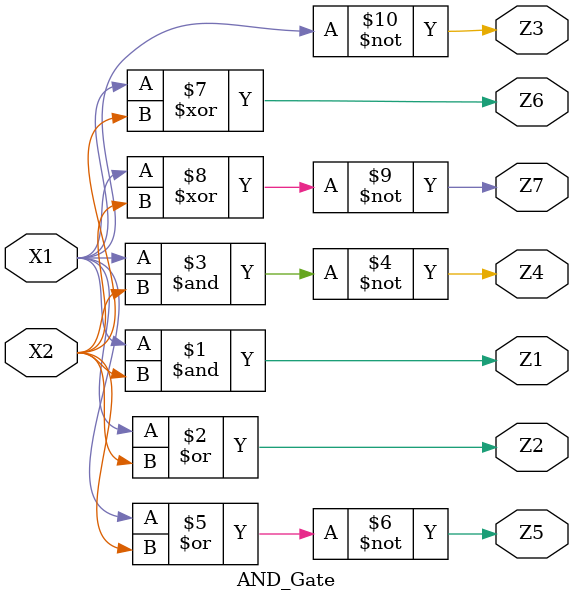
<source format=v>
`timescale 1ns / 1ps


module AND_Gate(X1,X2,Z1,Z2,Z3,Z4,Z5,Z6,Z7);

input X1,X2;
output Z1,Z2,Z3,Z4,Z5,Z6,Z7;

and(Z1,X1,X2);
or(Z2,X1,X2);
not(Z3,X1);
nand(Z4,X1,X2);
nor(Z5,X1,X2);
xor(Z6,X1,X2);
xnor(Z7,X1,X2);

endmodule

</source>
